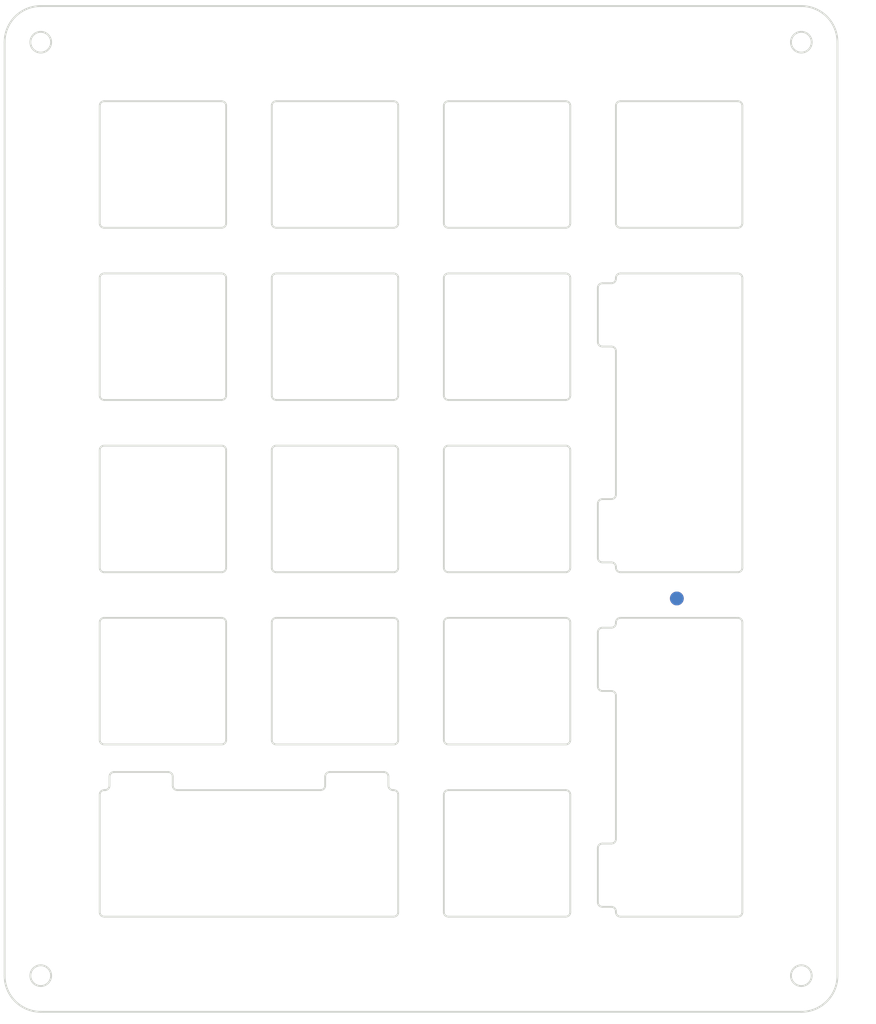
<source format=kicad_pcb>
(kicad_pcb (version 20171130) (host pcbnew 5.1.10-5.1.10)

  (general
    (thickness 1.6)
    (drawings 2)
    (tracks 0)
    (zones 0)
    (modules 1)
    (nets 2)
  )

  (page A4)
  (layers
    (0 F.Cu signal)
    (31 B.Cu signal)
    (32 B.Adhes user)
    (33 F.Adhes user)
    (34 B.Paste user)
    (35 F.Paste user)
    (36 B.SilkS user)
    (37 F.SilkS user)
    (38 B.Mask user)
    (39 F.Mask user)
    (40 Dwgs.User user)
    (41 Cmts.User user)
    (42 Eco1.User user)
    (43 Eco2.User user)
    (44 Edge.Cuts user)
    (45 Margin user)
    (46 B.CrtYd user)
    (47 F.CrtYd user)
    (48 B.Fab user)
    (49 F.Fab user)
  )

  (setup
    (last_trace_width 0.25)
    (trace_clearance 0.2)
    (zone_clearance 0.381)
    (zone_45_only no)
    (trace_min 0.2)
    (via_size 0.8)
    (via_drill 0.4)
    (via_min_size 0.4)
    (via_min_drill 0.3)
    (uvia_size 0.3)
    (uvia_drill 0.1)
    (uvias_allowed no)
    (uvia_min_size 0.2)
    (uvia_min_drill 0.1)
    (edge_width 0.15)
    (segment_width 0.2)
    (pcb_text_width 0.3)
    (pcb_text_size 1.5 1.5)
    (mod_edge_width 0.15)
    (mod_text_size 1 1)
    (mod_text_width 0.15)
    (pad_size 1.524 1.524)
    (pad_drill 0.762)
    (pad_to_mask_clearance 0.2)
    (aux_axis_origin 0 0)
    (visible_elements 7FFFFFFF)
    (pcbplotparams
      (layerselection 0x010f0_ffffffff)
      (usegerberextensions true)
      (usegerberattributes false)
      (usegerberadvancedattributes false)
      (creategerberjobfile false)
      (excludeedgelayer true)
      (linewidth 0.100000)
      (plotframeref false)
      (viasonmask false)
      (mode 1)
      (useauxorigin false)
      (hpglpennumber 1)
      (hpglpenspeed 20)
      (hpglpendiameter 15.000000)
      (psnegative false)
      (psa4output false)
      (plotreference true)
      (plotvalue true)
      (plotinvisibletext false)
      (padsonsilk false)
      (subtractmaskfromsilk true)
      (outputformat 1)
      (mirror false)
      (drillshape 0)
      (scaleselection 1)
      (outputdirectory "Gerbers"))
  )

  (net 0 "")
  (net 1 Earth)

  (net_class Default "This is the default net class."
    (clearance 0.2)
    (trace_width 0.25)
    (via_dia 0.8)
    (via_drill 0.4)
    (uvia_dia 0.3)
    (uvia_drill 0.1)
  )

  (net_class Power ""
    (clearance 0.2)
    (trace_width 0.381)
    (via_dia 0.8)
    (via_drill 0.4)
    (uvia_dia 0.3)
    (uvia_drill 0.1)
  )

  (module locallib:outline_top (layer F.Cu) (tedit 60D0B29D) (tstamp 60E46B09)
    (at 200.66 133.35)
    (fp_text reference REF** (at 0 0.5) (layer Dwgs.User)
      (effects (font (size 1 1) (thickness 0.15)))
    )
    (fp_text value outline_top (at 0 -0.5) (layer Dwgs.User)
      (effects (font (size 1 1) (thickness 0.15)))
    )
    (fp_arc (start -30.075 -81.175) (end -29.575 -81.175) (angle -90) (layer Edge.Cuts) (width 0.2))
    (fp_arc (start -43.075 -43.075) (end -43.075 -43.575) (angle -90) (layer Edge.Cuts) (width 0.2))
    (fp_arc (start -81.175 -100.225) (end -81.175 -100.725) (angle -90) (layer Edge.Cuts) (width 0.2))
    (fp_arc (start -11.025 -87.225) (end -11.025 -86.725) (angle -90) (layer Edge.Cuts) (width 0.2))
    (fp_arc (start -43.075 -68.175) (end -43.575 -68.175) (angle -90) (layer Edge.Cuts) (width 0.2))
    (fp_arc (start -24.025 -87.225) (end -24.525 -87.225) (angle -90) (layer Edge.Cuts) (width 0.2))
    (fp_arc (start -49.125 -68.175) (end -49.125 -67.675) (angle -90) (layer Edge.Cuts) (width 0.2))
    (fp_arc (start -24.025 -100.225) (end -24.025 -100.725) (angle -90) (layer Edge.Cuts) (width 0.2))
    (fp_arc (start -30.075 -49.125) (end -30.075 -48.625) (angle -90) (layer Edge.Cuts) (width 0.2))
    (fp_arc (start -43.075 -62.125) (end -43.075 -62.625) (angle -90) (layer Edge.Cuts) (width 0.2))
    (fp_arc (start -30.075 -62.125) (end -29.575 -62.125) (angle -90) (layer Edge.Cuts) (width 0.2))
    (fp_arc (start -11.025 -100.225) (end -10.525 -100.225) (angle -90) (layer Edge.Cuts) (width 0.2))
    (fp_arc (start -62.125 -81.175) (end -62.125 -81.675) (angle -90) (layer Edge.Cuts) (width 0.2))
    (fp_arc (start -30.075 -43.075) (end -29.575 -43.075) (angle -90) (layer Edge.Cuts) (width 0.2))
    (fp_arc (start -68.175 -100.225) (end -67.675 -100.225) (angle -90) (layer Edge.Cuts) (width 0.2))
    (fp_arc (start -68.175 -87.225) (end -68.175 -86.725) (angle -90) (layer Edge.Cuts) (width 0.2))
    (fp_arc (start -49.125 -81.175) (end -48.625 -81.175) (angle -90) (layer Edge.Cuts) (width 0.2))
    (fp_arc (start -30.075 -30.075) (end -30.075 -29.575) (angle -90) (layer Edge.Cuts) (width 0.2))
    (fp_arc (start -62.125 -68.175) (end -62.625 -68.175) (angle -90) (layer Edge.Cuts) (width 0.2))
    (fp_arc (start -30.075 -68.175) (end -30.075 -67.675) (angle -90) (layer Edge.Cuts) (width 0.2))
    (fp_arc (start -81.175 -87.225) (end -81.675 -87.225) (angle -90) (layer Edge.Cuts) (width 0.2))
    (fp_arc (start -43.075 -49.125) (end -43.575 -49.125) (angle -90) (layer Edge.Cuts) (width 0.2))
    (fp_arc (start -43.075 -30.075) (end -43.575 -30.075) (angle -90) (layer Edge.Cuts) (width 0.2))
    (fp_arc (start -62.125 -87.225) (end -62.625 -87.225) (angle -90) (layer Edge.Cuts) (width 0.2))
    (fp_arc (start -81.175 -62.125) (end -81.175 -62.625) (angle -90) (layer Edge.Cuts) (width 0.2))
    (fp_arc (start -49.125 -62.125) (end -48.625 -62.125) (angle -90) (layer Edge.Cuts) (width 0.2))
    (fp_arc (start -49.125 -49.125) (end -49.125 -48.625) (angle -90) (layer Edge.Cuts) (width 0.2))
    (fp_arc (start -30.075 -24.025) (end -29.575 -24.025) (angle -90) (layer Edge.Cuts) (width 0.2))
    (fp_arc (start -62.125 -100.225) (end -62.125 -100.725) (angle -90) (layer Edge.Cuts) (width 0.2))
    (fp_arc (start -68.175 -68.175) (end -68.175 -67.675) (angle -90) (layer Edge.Cuts) (width 0.2))
    (fp_arc (start -30.075 -11.025) (end -30.075 -10.525) (angle -90) (layer Edge.Cuts) (width 0.2))
    (fp_arc (start -49.125 -87.225) (end -49.125 -86.725) (angle -90) (layer Edge.Cuts) (width 0.2))
    (fp_arc (start -68.175 -81.175) (end -67.675 -81.175) (angle -90) (layer Edge.Cuts) (width 0.2))
    (fp_arc (start -81.175 -68.175) (end -81.675 -68.175) (angle -90) (layer Edge.Cuts) (width 0.2))
    (fp_arc (start -43.075 -24.025) (end -43.075 -24.525) (angle -90) (layer Edge.Cuts) (width 0.2))
    (fp_arc (start -68.175 -62.125) (end -67.675 -62.125) (angle -90) (layer Edge.Cuts) (width 0.2))
    (fp_arc (start -62.125 -49.125) (end -62.625 -49.125) (angle -90) (layer Edge.Cuts) (width 0.2))
    (fp_arc (start -49.125 -100.225) (end -48.625 -100.225) (angle -90) (layer Edge.Cuts) (width 0.2))
    (fp_arc (start -81.175 -49.125) (end -81.675 -49.125) (angle -90) (layer Edge.Cuts) (width 0.2))
    (fp_arc (start -68.175 -49.125) (end -68.175 -48.625) (angle -90) (layer Edge.Cuts) (width 0.2))
    (fp_arc (start -81.175 -81.175) (end -81.175 -81.675) (angle -90) (layer Edge.Cuts) (width 0.2))
    (fp_arc (start -43.075 -11.025) (end -43.575 -11.025) (angle -90) (layer Edge.Cuts) (width 0.2))
    (fp_arc (start -62.125 -62.125) (end -62.125 -62.625) (angle -90) (layer Edge.Cuts) (width 0.2))
    (fp_arc (start -11.025 -43.075) (end -10.525 -43.075) (angle -90) (layer Edge.Cuts) (width 0.2))
    (fp_arc (start -11.025 -11.025) (end -11.025 -10.525) (angle -90) (layer Edge.Cuts) (width 0.2))
    (fp_arc (start -73.088 -25.025) (end -73.588 -25.025) (angle -90) (layer Edge.Cuts) (width 0.2))
    (fp_arc (start -25.025 -11.112) (end -24.525 -11.112) (angle -90) (layer Edge.Cuts) (width 0.2))
    (fp_arc (start -24.025 -11.025) (end -24.525 -11.025) (angle -90) (layer Edge.Cuts) (width 0.2))
    (fp_arc (start -24.025 -43.075) (end -24.025 -43.575) (angle -90) (layer Edge.Cuts) (width 0.2))
    (fp_arc (start -25.025 -81.088) (end -25.025 -80.588) (angle -90) (layer Edge.Cuts) (width 0.2))
    (fp_arc (start -26.025 -74.088) (end -26.525 -74.088) (angle -90) (layer Edge.Cuts) (width 0.2))
    (fp_arc (start -26.025 -80.088) (end -26.025 -80.588) (angle -90) (layer Edge.Cuts) (width 0.2))
    (fp_arc (start -50.212 -26.025) (end -49.712 -26.025) (angle -90) (layer Edge.Cuts) (width 0.2))
    (fp_arc (start -57.212 -25.025) (end -57.212 -24.525) (angle -90) (layer Edge.Cuts) (width 0.2))
    (fp_arc (start -49.212 -25.025) (end -49.712 -25.025) (angle -90) (layer Edge.Cuts) (width 0.2))
    (fp_arc (start -56.212 -26.025) (end -56.212 -26.525) (angle -90) (layer Edge.Cuts) (width 0.2))
    (fp_arc (start -49.125 -24.025) (end -48.625 -24.025) (angle -90) (layer Edge.Cuts) (width 0.2))
    (fp_arc (start -49.125 -11.025) (end -49.125 -10.525) (angle -90) (layer Edge.Cuts) (width 0.2))
    (fp_arc (start -26.025 -50.212) (end -26.525 -50.212) (angle -90) (layer Edge.Cuts) (width 0.2))
    (fp_arc (start -25.025 -57.212) (end -25.025 -56.712) (angle -90) (layer Edge.Cuts) (width 0.2))
    (fp_arc (start -25.025 -49.212) (end -24.525 -49.212) (angle -90) (layer Edge.Cuts) (width 0.2))
    (fp_arc (start -26.025 -56.212) (end -26.025 -56.712) (angle -90) (layer Edge.Cuts) (width 0.2))
    (fp_arc (start -25.025 -73.088) (end -24.525 -73.088) (angle -90) (layer Edge.Cuts) (width 0.2))
    (fp_arc (start -24.025 -49.125) (end -24.525 -49.125) (angle -90) (layer Edge.Cuts) (width 0.2))
    (fp_arc (start -11.025 -49.125) (end -11.025 -48.625) (angle -90) (layer Edge.Cuts) (width 0.2))
    (fp_arc (start -24.025 -81.175) (end -24.025 -81.675) (angle -90) (layer Edge.Cuts) (width 0.2))
    (fp_arc (start -26.025 -41.988) (end -26.025 -42.488) (angle -90) (layer Edge.Cuts) (width 0.2))
    (fp_arc (start -25.025 -42.988) (end -25.025 -42.488) (angle -90) (layer Edge.Cuts) (width 0.2))
    (fp_arc (start -11.025 -81.175) (end -10.525 -81.175) (angle -90) (layer Edge.Cuts) (width 0.2))
    (fp_arc (start -74.088 -26.025) (end -73.588 -26.025) (angle -90) (layer Edge.Cuts) (width 0.2))
    (fp_arc (start -80.088 -26.025) (end -80.088 -26.525) (angle -90) (layer Edge.Cuts) (width 0.2))
    (fp_arc (start -81.175 -24.025) (end -81.175 -24.525) (angle -90) (layer Edge.Cuts) (width 0.2))
    (fp_arc (start -81.175 -11.025) (end -81.675 -11.025) (angle -90) (layer Edge.Cuts) (width 0.2))
    (fp_arc (start -81.088 -25.025) (end -81.088 -24.525) (angle -90) (layer Edge.Cuts) (width 0.2))
    (fp_arc (start -4 -107.25) (end 0 -107.25) (angle -90) (layer Edge.Cuts) (width 0.2))
    (fp_arc (start -88.2 -4) (end -92.2 -4) (angle -90) (layer Edge.Cuts) (width 0.2))
    (fp_arc (start -88.2 -107.25) (end -88.2 -111.25) (angle -90) (layer Edge.Cuts) (width 0.2))
    (fp_arc (start -4 -4) (end -4 0) (angle -90) (layer Edge.Cuts) (width 0.2))
    (fp_arc (start -62.125 -30.075) (end -62.625 -30.075) (angle -90) (layer Edge.Cuts) (width 0.2))
    (fp_arc (start -43.075 -87.225) (end -43.575 -87.225) (angle -90) (layer Edge.Cuts) (width 0.2))
    (fp_arc (start -49.125 -30.075) (end -49.125 -29.575) (angle -90) (layer Edge.Cuts) (width 0.2))
    (fp_arc (start -68.175 -30.075) (end -68.175 -29.575) (angle -90) (layer Edge.Cuts) (width 0.2))
    (fp_arc (start -30.075 -87.225) (end -30.075 -86.725) (angle -90) (layer Edge.Cuts) (width 0.2))
    (fp_arc (start -68.175 -43.075) (end -67.675 -43.075) (angle -90) (layer Edge.Cuts) (width 0.2))
    (fp_arc (start -81.175 -43.075) (end -81.175 -43.575) (angle -90) (layer Edge.Cuts) (width 0.2))
    (fp_arc (start -62.125 -43.075) (end -62.125 -43.575) (angle -90) (layer Edge.Cuts) (width 0.2))
    (fp_arc (start -43.075 -81.175) (end -43.075 -81.675) (angle -90) (layer Edge.Cuts) (width 0.2))
    (fp_arc (start -49.125 -43.075) (end -48.625 -43.075) (angle -90) (layer Edge.Cuts) (width 0.2))
    (fp_arc (start -81.175 -30.075) (end -81.675 -30.075) (angle -90) (layer Edge.Cuts) (width 0.2))
    (fp_arc (start -25.025 -34.988) (end -24.525 -34.988) (angle -90) (layer Edge.Cuts) (width 0.2))
    (fp_arc (start -26.025 -12.112) (end -26.525 -12.112) (angle -90) (layer Edge.Cuts) (width 0.2))
    (fp_arc (start -26.025 -18.112) (end -26.025 -18.612) (angle -90) (layer Edge.Cuts) (width 0.2))
    (fp_arc (start -25.025 -19.112) (end -25.025 -18.612) (angle -90) (layer Edge.Cuts) (width 0.2))
    (fp_arc (start -26.025 -35.988) (end -26.525 -35.988) (angle -90) (layer Edge.Cuts) (width 0.2))
    (fp_arc (start -30.075 -100.225) (end -29.575 -100.225) (angle -90) (layer Edge.Cuts) (width 0.2))
    (fp_arc (start -43.075 -100.225) (end -43.075 -100.725) (angle -90) (layer Edge.Cuts) (width 0.2))
    (fp_line (start -29.575 -100.225) (end -29.575 -87.225) (layer Edge.Cuts) (width 0.2))
    (fp_circle (center -4 -107.25) (end -2.85 -107.25) (layer Edge.Cuts) (width 0.2))
    (fp_circle (center -88.2 -4) (end -87.05 -4) (layer Edge.Cuts) (width 0.2))
    (fp_circle (center -88.2 -107.25) (end -87.05 -107.25) (layer Edge.Cuts) (width 0.2))
    (fp_circle (center -4 -4) (end -2.85 -4) (layer Edge.Cuts) (width 0.2))
    (fp_line (start -43.075 -100.725) (end -30.075 -100.725) (layer Edge.Cuts) (width 0.2))
    (fp_line (start -92.2 -22.875) (end -92.2 -80.025) (layer Edge.Cuts) (width 0.2))
    (fp_line (start -26.025 -35.488) (end -25.025 -35.488) (layer Edge.Cuts) (width 0.2))
    (fp_line (start -25.025 -18.612) (end -26.025 -18.612) (layer Edge.Cuts) (width 0.2))
    (fp_line (start -26.525 -18.112) (end -26.525 -12.112) (layer Edge.Cuts) (width 0.2))
    (fp_line (start -26.025 -11.612) (end -25.025 -11.612) (layer Edge.Cuts) (width 0.2))
    (fp_line (start -26.525 -41.988) (end -26.525 -35.988) (layer Edge.Cuts) (width 0.2))
    (fp_line (start -24.525 -34.988) (end -24.525 -19.112) (layer Edge.Cuts) (width 0.2))
    (fp_line (start -48.625 -30.075) (end -48.625 -43.075) (layer Edge.Cuts) (width 0.2))
    (fp_line (start -30.075 -81.675) (end -43.075 -81.675) (layer Edge.Cuts) (width 0.2))
    (fp_line (start -49.125 -43.575) (end -62.125 -43.575) (layer Edge.Cuts) (width 0.2))
    (fp_line (start -43.575 -81.175) (end -43.575 -68.175) (layer Edge.Cuts) (width 0.2))
    (fp_line (start -81.675 -43.075) (end -81.675 -30.075) (layer Edge.Cuts) (width 0.2))
    (fp_line (start -62.625 -43.075) (end -62.625 -30.075) (layer Edge.Cuts) (width 0.2))
    (fp_line (start -43.575 -87.225) (end -43.575 -100.225) (layer Edge.Cuts) (width 0.2))
    (fp_line (start -68.175 -43.575) (end -81.175 -43.575) (layer Edge.Cuts) (width 0.2))
    (fp_line (start -30.075 -86.725) (end -43.075 -86.725) (layer Edge.Cuts) (width 0.2))
    (fp_line (start -81.175 -29.575) (end -68.175 -29.575) (layer Edge.Cuts) (width 0.2))
    (fp_line (start -67.675 -30.075) (end -67.675 -43.075) (layer Edge.Cuts) (width 0.2))
    (fp_line (start -62.125 -29.575) (end -49.125 -29.575) (layer Edge.Cuts) (width 0.2))
    (fp_line (start -88.2 -111.25) (end -4 -111.25) (layer Edge.Cuts) (width 0.2))
    (fp_line (start -92.2 -80.025) (end -92.2 -107.25) (layer Edge.Cuts) (width 0.2))
    (fp_line (start -4 0) (end -88.2 0) (layer Edge.Cuts) (width 0.2))
    (fp_line (start 0 -107.25) (end 0 -4) (layer Edge.Cuts) (width 0.2))
    (fp_line (start -57.212 -24.525) (end -73.088 -24.525) (layer Edge.Cuts) (width 0.2))
    (fp_line (start -92.2 -4) (end -92.2 -22.875) (layer Edge.Cuts) (width 0.2))
    (fp_line (start -80.588 -26.025) (end -80.588 -25.025) (layer Edge.Cuts) (width 0.2))
    (fp_line (start -74.088 -26.525) (end -80.088 -26.525) (layer Edge.Cuts) (width 0.2))
    (fp_line (start -81.088 -24.525) (end -81.175 -24.525) (layer Edge.Cuts) (width 0.2))
    (fp_line (start -81.675 -24.025) (end -81.675 -11.025) (layer Edge.Cuts) (width 0.2))
    (fp_line (start -81.175 -10.525) (end -49.125 -10.525) (layer Edge.Cuts) (width 0.2))
    (fp_line (start -73.588 -25.025) (end -73.588 -26.025) (layer Edge.Cuts) (width 0.2))
    (fp_line (start -24.025 -48.625) (end -11.025 -48.625) (layer Edge.Cuts) (width 0.2))
    (fp_line (start -11.025 -81.675) (end -24.025 -81.675) (layer Edge.Cuts) (width 0.2))
    (fp_line (start -24.525 -81.175) (end -24.525 -81.088) (layer Edge.Cuts) (width 0.2))
    (fp_line (start -25.025 -42.488) (end -26.025 -42.488) (layer Edge.Cuts) (width 0.2))
    (fp_line (start -10.525 -49.125) (end -10.525 -81.175) (layer Edge.Cuts) (width 0.2))
    (fp_line (start -25.025 -56.712) (end -26.025 -56.712) (layer Edge.Cuts) (width 0.2))
    (fp_line (start -24.525 -49.212) (end -24.525 -49.125) (layer Edge.Cuts) (width 0.2))
    (fp_line (start -24.525 -73.088) (end -24.525 -57.212) (layer Edge.Cuts) (width 0.2))
    (fp_line (start -26.525 -56.212) (end -26.525 -50.212) (layer Edge.Cuts) (width 0.2))
    (fp_line (start -26.025 -49.712) (end -25.025 -49.712) (layer Edge.Cuts) (width 0.2))
    (fp_line (start -26.025 -73.588) (end -25.025 -73.588) (layer Edge.Cuts) (width 0.2))
    (fp_line (start -50.212 -26.525) (end -56.212 -26.525) (layer Edge.Cuts) (width 0.2))
    (fp_line (start -49.712 -25.025) (end -49.712 -26.025) (layer Edge.Cuts) (width 0.2))
    (fp_line (start -48.625 -11.025) (end -48.625 -24.025) (layer Edge.Cuts) (width 0.2))
    (fp_line (start -56.712 -26.025) (end -56.712 -25.025) (layer Edge.Cuts) (width 0.2))
    (fp_line (start -49.125 -24.525) (end -49.212 -24.525) (layer Edge.Cuts) (width 0.2))
    (fp_line (start -25.025 -80.588) (end -26.025 -80.588) (layer Edge.Cuts) (width 0.2))
    (fp_line (start -26.525 -80.088) (end -26.525 -74.088) (layer Edge.Cuts) (width 0.2))
    (fp_line (start -24.025 -10.525) (end -11.025 -10.525) (layer Edge.Cuts) (width 0.2))
    (fp_line (start -11.025 -43.575) (end -24.025 -43.575) (layer Edge.Cuts) (width 0.2))
    (fp_line (start -10.525 -11.025) (end -10.525 -43.075) (layer Edge.Cuts) (width 0.2))
    (fp_line (start -24.525 -43.075) (end -24.525 -42.988) (layer Edge.Cuts) (width 0.2))
    (fp_line (start -24.525 -11.112) (end -24.525 -11.025) (layer Edge.Cuts) (width 0.2))
    (fp_line (start -49.125 -100.725) (end -62.125 -100.725) (layer Edge.Cuts) (width 0.2))
    (fp_line (start -81.675 -62.125) (end -81.675 -49.125) (layer Edge.Cuts) (width 0.2))
    (fp_line (start -48.625 -49.125) (end -48.625 -62.125) (layer Edge.Cuts) (width 0.2))
    (fp_line (start -81.175 -48.625) (end -68.175 -48.625) (layer Edge.Cuts) (width 0.2))
    (fp_line (start -43.575 -24.025) (end -43.575 -11.025) (layer Edge.Cuts) (width 0.2))
    (fp_line (start -29.575 -11.025) (end -29.575 -24.025) (layer Edge.Cuts) (width 0.2))
    (fp_line (start -81.675 -68.175) (end -81.675 -81.175) (layer Edge.Cuts) (width 0.2))
    (fp_line (start -68.175 -67.675) (end -81.175 -67.675) (layer Edge.Cuts) (width 0.2))
    (fp_line (start -68.175 -62.625) (end -81.175 -62.625) (layer Edge.Cuts) (width 0.2))
    (fp_line (start -62.625 -100.225) (end -62.625 -87.225) (layer Edge.Cuts) (width 0.2))
    (fp_line (start -43.075 -10.525) (end -30.075 -10.525) (layer Edge.Cuts) (width 0.2))
    (fp_line (start -62.125 -86.725) (end -49.125 -86.725) (layer Edge.Cuts) (width 0.2))
    (fp_line (start -67.675 -81.175) (end -67.675 -68.175) (layer Edge.Cuts) (width 0.2))
    (fp_line (start -81.175 -81.675) (end -68.175 -81.675) (layer Edge.Cuts) (width 0.2))
    (fp_line (start -67.675 -49.125) (end -67.675 -62.125) (layer Edge.Cuts) (width 0.2))
    (fp_line (start -48.625 -87.225) (end -48.625 -100.225) (layer Edge.Cuts) (width 0.2))
    (fp_line (start -49.125 -62.625) (end -62.125 -62.625) (layer Edge.Cuts) (width 0.2))
    (fp_line (start -62.125 -48.625) (end -49.125 -48.625) (layer Edge.Cuts) (width 0.2))
    (fp_line (start -62.625 -62.125) (end -62.625 -49.125) (layer Edge.Cuts) (width 0.2))
    (fp_line (start -43.575 -43.075) (end -43.575 -30.075) (layer Edge.Cuts) (width 0.2))
    (fp_line (start -67.675 -87.225) (end -67.675 -100.225) (layer Edge.Cuts) (width 0.2))
    (fp_line (start -43.075 -29.575) (end -30.075 -29.575) (layer Edge.Cuts) (width 0.2))
    (fp_line (start -30.075 -62.625) (end -43.075 -62.625) (layer Edge.Cuts) (width 0.2))
    (fp_line (start -11.025 -100.725) (end -24.025 -100.725) (layer Edge.Cuts) (width 0.2))
    (fp_line (start -29.575 -68.175) (end -29.575 -81.175) (layer Edge.Cuts) (width 0.2))
    (fp_line (start -29.575 -30.075) (end -29.575 -43.075) (layer Edge.Cuts) (width 0.2))
    (fp_line (start -30.075 -24.525) (end -43.075 -24.525) (layer Edge.Cuts) (width 0.2))
    (fp_line (start -68.175 -100.725) (end -81.175 -100.725) (layer Edge.Cuts) (width 0.2))
    (fp_line (start -43.075 -67.675) (end -30.075 -67.675) (layer Edge.Cuts) (width 0.2))
    (fp_line (start -24.525 -100.225) (end -24.525 -87.225) (layer Edge.Cuts) (width 0.2))
    (fp_line (start -43.575 -62.125) (end -43.575 -49.125) (layer Edge.Cuts) (width 0.2))
    (fp_line (start -62.625 -81.175) (end -62.625 -68.175) (layer Edge.Cuts) (width 0.2))
    (fp_line (start -62.125 -67.675) (end -49.125 -67.675) (layer Edge.Cuts) (width 0.2))
    (fp_line (start -48.625 -68.175) (end -48.625 -81.175) (layer Edge.Cuts) (width 0.2))
    (fp_line (start -81.175 -86.725) (end -68.175 -86.725) (layer Edge.Cuts) (width 0.2))
    (fp_line (start -49.125 -81.675) (end -62.125 -81.675) (layer Edge.Cuts) (width 0.2))
    (fp_line (start -43.075 -48.625) (end -30.075 -48.625) (layer Edge.Cuts) (width 0.2))
    (fp_line (start -29.575 -49.125) (end -29.575 -62.125) (layer Edge.Cuts) (width 0.2))
    (fp_line (start -24.025 -86.725) (end -11.025 -86.725) (layer Edge.Cuts) (width 0.2))
    (fp_line (start -30.075 -43.575) (end -43.075 -43.575) (layer Edge.Cuts) (width 0.2))
    (fp_line (start -81.675 -100.225) (end -81.675 -87.225) (layer Edge.Cuts) (width 0.2))
    (fp_line (start -10.525 -87.225) (end -10.525 -100.225) (layer Edge.Cuts) (width 0.2))
    (pad 1 smd circle (at -17.78 -45.72) (size 1.524 1.524) (layers F.Cu))
    (pad 1 smd circle (at -17.78 -45.72) (size 1.524 1.524) (layers B.Cu))
  )

  (gr_text "This is the bottomside of the plate" (at 154.78125 87.3125) (layer B.Mask)
    (effects (font (size 1.5 1.5) (thickness 0.3)) (justify mirror))
  )
  (gr_text "Soyuz Numpad Kit Rev 1.0" (at 154.78125 68.2625) (layer B.Mask)
    (effects (font (size 1.5 1.5) (thickness 0.3)) (justify mirror))
  )

  (zone (net 1) (net_name Earth) (layer F.Cu) (tstamp 5C535AA1) (hatch edge 0.508)
    (connect_pads yes (clearance 0.381))
    (min_thickness 0.254)
    (fill yes (arc_segments 32) (thermal_gap 0.508) (thermal_bridge_width 0.508))
    (polygon
      (pts
        (xy 107.95 21.43125) (xy 201.6125 21.43125) (xy 201.6125 134.14375) (xy 107.95 134.14375)
      )
    )
  )
  (zone (net 1) (net_name Earth) (layer B.Cu) (tstamp 5C535A9E) (hatch edge 0.508)
    (connect_pads yes (clearance 0.381))
    (min_thickness 0.254)
    (fill yes (arc_segments 32) (thermal_gap 0.508) (thermal_bridge_width 0.508))
    (polygon
      (pts
        (xy 107.95 21.43125) (xy 201.6125 21.43125) (xy 201.6125 134.14375) (xy 107.95 134.14375)
      )
    )
  )
)

</source>
